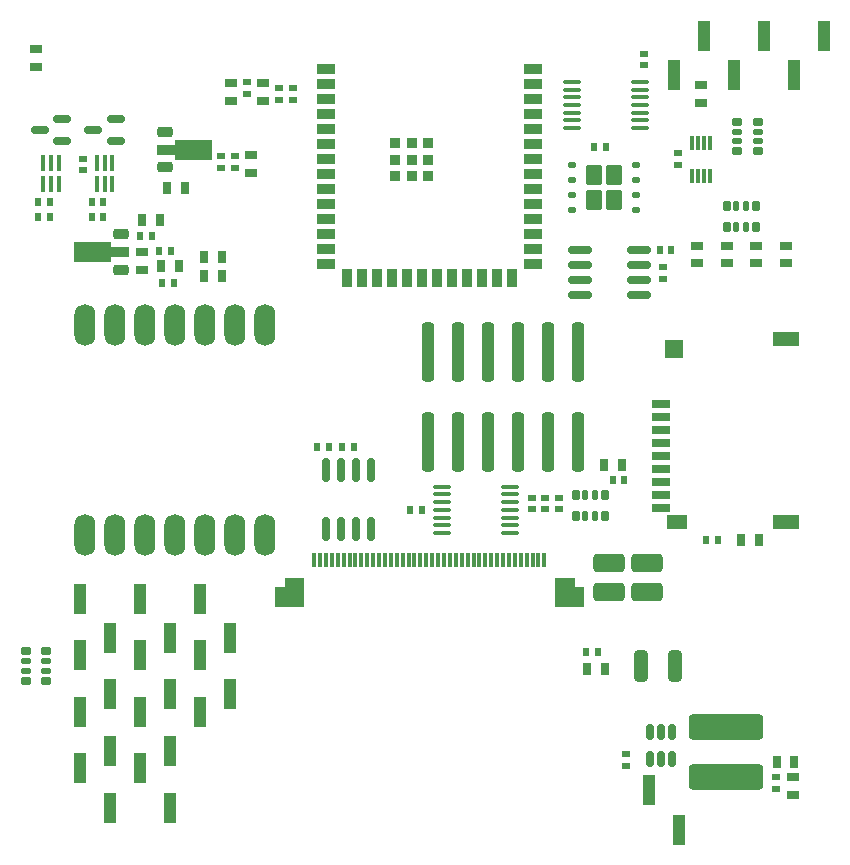
<source format=gtp>
G04 #@! TF.GenerationSoftware,KiCad,Pcbnew,9.0.7*
G04 #@! TF.CreationDate,2026-02-18T22:11:59-06:00*
G04 #@! TF.ProjectId,grad_cap_display,67726164-5f63-4617-905f-646973706c61,rev?*
G04 #@! TF.SameCoordinates,Original*
G04 #@! TF.FileFunction,Paste,Top*
G04 #@! TF.FilePolarity,Positive*
%FSLAX46Y46*%
G04 Gerber Fmt 4.6, Leading zero omitted, Abs format (unit mm)*
G04 Created by KiCad (PCBNEW 9.0.7) date 2026-02-18 22:11:59*
%MOMM*%
%LPD*%
G01*
G04 APERTURE LIST*
G04 Aperture macros list*
%AMRoundRect*
0 Rectangle with rounded corners*
0 $1 Rounding radius*
0 $2 $3 $4 $5 $6 $7 $8 $9 X,Y pos of 4 corners*
0 Add a 4 corners polygon primitive as box body*
4,1,4,$2,$3,$4,$5,$6,$7,$8,$9,$2,$3,0*
0 Add four circle primitives for the rounded corners*
1,1,$1+$1,$2,$3*
1,1,$1+$1,$4,$5*
1,1,$1+$1,$6,$7*
1,1,$1+$1,$8,$9*
0 Add four rect primitives between the rounded corners*
20,1,$1+$1,$2,$3,$4,$5,0*
20,1,$1+$1,$4,$5,$6,$7,0*
20,1,$1+$1,$6,$7,$8,$9,0*
20,1,$1+$1,$8,$9,$2,$3,0*%
%AMFreePoly0*
4,1,9,3.862500,-0.866500,0.737500,-0.866500,0.737500,-0.450000,-0.737500,-0.450000,-0.737500,0.450000,0.737500,0.450000,0.737500,0.866500,3.862500,0.866500,3.862500,-0.866500,3.862500,-0.866500,$1*%
G04 Aperture macros list end*
%ADD10C,0.010000*%
%ADD11R,1.000000X0.800000*%
%ADD12R,0.700000X0.600000*%
%ADD13R,0.600000X0.700000*%
%ADD14R,1.500000X0.900000*%
%ADD15R,0.900000X1.500000*%
%ADD16R,0.900000X0.900000*%
%ADD17RoundRect,0.125000X-0.250000X-0.125000X0.250000X-0.125000X0.250000X0.125000X-0.250000X0.125000X0*%
%ADD18RoundRect,0.250000X-0.435000X-0.615000X0.435000X-0.615000X0.435000X0.615000X-0.435000X0.615000X0*%
%ADD19R,1.600000X0.700000*%
%ADD20R,2.200000X1.200000*%
%ADD21R,1.500000X1.600000*%
%ADD22R,1.800000X1.200000*%
%ADD23RoundRect,0.225000X0.425000X0.225000X-0.425000X0.225000X-0.425000X-0.225000X0.425000X-0.225000X0*%
%ADD24FreePoly0,180.000000*%
%ADD25RoundRect,0.225000X-0.425000X-0.225000X0.425000X-0.225000X0.425000X0.225000X-0.425000X0.225000X0*%
%ADD26FreePoly0,0.000000*%
%ADD27RoundRect,0.355555X0.969445X-0.444445X0.969445X0.444445X-0.969445X0.444445X-0.969445X-0.444445X0*%
%ADD28R,0.800000X1.000000*%
%ADD29RoundRect,0.150000X0.587500X0.150000X-0.587500X0.150000X-0.587500X-0.150000X0.587500X-0.150000X0*%
%ADD30RoundRect,0.100000X0.100000X-0.562500X0.100000X0.562500X-0.100000X0.562500X-0.100000X-0.562500X0*%
%ADD31RoundRect,0.100000X0.637500X0.100000X-0.637500X0.100000X-0.637500X-0.100000X0.637500X-0.100000X0*%
%ADD32RoundRect,0.152500X0.297500X0.152500X-0.297500X0.152500X-0.297500X-0.152500X0.297500X-0.152500X0*%
%ADD33RoundRect,0.132500X0.317500X0.132500X-0.317500X0.132500X-0.317500X-0.132500X0.317500X-0.132500X0*%
%ADD34RoundRect,0.152500X0.152500X-0.297500X0.152500X0.297500X-0.152500X0.297500X-0.152500X-0.297500X0*%
%ADD35RoundRect,0.132500X0.132500X-0.317500X0.132500X0.317500X-0.132500X0.317500X-0.132500X-0.317500X0*%
%ADD36RoundRect,0.152500X-0.297500X-0.152500X0.297500X-0.152500X0.297500X0.152500X-0.297500X0.152500X0*%
%ADD37RoundRect,0.132500X-0.317500X-0.132500X0.317500X-0.132500X0.317500X0.132500X-0.317500X0.132500X0*%
%ADD38O,1.778000X3.556000*%
%ADD39R,1.000000X2.510000*%
%ADD40RoundRect,0.150000X-0.825000X-0.150000X0.825000X-0.150000X0.825000X0.150000X-0.825000X0.150000X0*%
%ADD41RoundRect,0.100000X-0.637500X-0.100000X0.637500X-0.100000X0.637500X0.100000X-0.637500X0.100000X0*%
%ADD42RoundRect,0.150000X-0.150000X0.512500X-0.150000X-0.512500X0.150000X-0.512500X0.150000X0.512500X0*%
%ADD43RoundRect,0.250000X-0.312500X-1.075000X0.312500X-1.075000X0.312500X1.075000X-0.312500X1.075000X0*%
%ADD44RoundRect,0.150000X0.150000X-0.825000X0.150000X0.825000X-0.150000X0.825000X-0.150000X-0.825000X0*%
%ADD45RoundRect,0.250000X0.260000X-2.250000X0.260000X2.250000X-0.260000X2.250000X-0.260000X-2.250000X0*%
%ADD46R,0.300000X1.200000*%
%ADD47RoundRect,0.087500X0.087500X-0.537500X0.087500X0.537500X-0.087500X0.537500X-0.087500X-0.537500X0*%
%ADD48RoundRect,0.322500X2.827500X-0.752500X2.827500X0.752500X-2.827500X0.752500X-2.827500X-0.752500X0*%
G04 APERTURE END LIST*
D10*
X27630000Y-53152500D02*
X25230000Y-53152500D01*
X25230000Y-51552500D01*
X26030000Y-51552500D01*
X26030000Y-50752500D01*
X27630000Y-50752500D01*
X27630000Y-53152500D01*
G36*
X27630000Y-53152500D02*
G01*
X25230000Y-53152500D01*
X25230000Y-51552500D01*
X26030000Y-51552500D01*
X26030000Y-50752500D01*
X27630000Y-50752500D01*
X27630000Y-53152500D01*
G37*
X50530000Y-51552500D02*
X51330000Y-51552500D01*
X51330000Y-53152500D01*
X48930000Y-53152500D01*
X48930000Y-50752500D01*
X50530000Y-50752500D01*
X50530000Y-51552500D01*
G36*
X50530000Y-51552500D02*
G01*
X51330000Y-51552500D01*
X51330000Y-53152500D01*
X48930000Y-53152500D01*
X48930000Y-50752500D01*
X50530000Y-50752500D01*
X50530000Y-51552500D01*
G37*
D11*
X24220076Y-8881849D03*
X24220076Y-10381849D03*
D12*
X25570076Y-10271847D03*
X25570076Y-9271849D03*
X26770076Y-10271847D03*
X26770076Y-9271849D03*
X22870076Y-8781850D03*
X22870076Y-9781848D03*
D11*
X21520076Y-8880605D03*
X21520076Y-10380605D03*
D13*
X9690077Y-20152469D03*
X10690075Y-20152469D03*
X9690077Y-18952469D03*
X10690075Y-18952469D03*
X14770076Y-21822469D03*
X13770076Y-21822469D03*
D14*
X47042500Y-7630000D03*
X47042500Y-8900000D03*
X47042500Y-10170000D03*
X47042500Y-11440000D03*
X47042500Y-12710000D03*
X47042500Y-13980000D03*
X47042500Y-15250000D03*
X47042500Y-16520000D03*
X47042500Y-17790000D03*
X47042500Y-19060000D03*
X47042500Y-20330000D03*
X47042500Y-21600000D03*
X47042500Y-22870000D03*
X47042500Y-24140000D03*
D15*
X45277500Y-25390000D03*
X44007500Y-25390000D03*
X42737500Y-25390000D03*
X41467500Y-25390000D03*
X40197500Y-25390000D03*
X38927500Y-25390000D03*
X37657500Y-25390000D03*
X36387500Y-25390000D03*
X35117500Y-25390000D03*
X33847500Y-25390000D03*
X32577500Y-25390000D03*
X31307500Y-25390000D03*
D14*
X29542500Y-24140000D03*
X29542500Y-22870000D03*
X29542500Y-21600000D03*
X29542500Y-20330000D03*
X29542500Y-19060000D03*
X29542500Y-17790000D03*
X29542500Y-16520000D03*
X29542500Y-15250000D03*
X29542500Y-13980000D03*
X29542500Y-12710000D03*
X29542500Y-11440000D03*
X29542500Y-10170000D03*
X29542500Y-8900000D03*
X29542500Y-7630000D03*
D16*
X38192500Y-16750000D03*
X38192500Y-15350000D03*
X38192500Y-13950000D03*
X36792500Y-16750000D03*
X36792500Y-15350000D03*
X36792500Y-13950000D03*
X35392500Y-16750000D03*
X35392500Y-15350000D03*
X35392500Y-13950000D03*
D17*
X55780076Y-15812469D03*
X55780076Y-17082469D03*
X55780076Y-18352469D03*
X55780076Y-19622469D03*
X50380076Y-19622469D03*
X50380076Y-18352469D03*
X50380076Y-17082469D03*
X50380076Y-15812469D03*
D18*
X53930076Y-18792469D03*
X53930076Y-16642469D03*
X52230076Y-18792469D03*
X52230076Y-16642469D03*
D19*
X57920000Y-44790000D03*
D20*
X68520000Y-30490000D03*
D21*
X58970000Y-31390000D03*
D20*
X68520000Y-45990000D03*
D22*
X59220000Y-45990000D03*
D19*
X57919999Y-43690000D03*
X57920000Y-42590000D03*
X57919999Y-41490000D03*
X57920000Y-40390000D03*
X57920000Y-39290001D03*
X57920000Y-38190000D03*
X57920000Y-37090000D03*
X57920000Y-35990000D03*
D23*
X12210076Y-24662469D03*
D24*
X12122575Y-23162469D03*
D23*
X12210076Y-21662469D03*
D25*
X15871986Y-15992469D03*
D26*
X15959487Y-14492469D03*
D25*
X15871986Y-12992469D03*
D27*
X56700000Y-51920000D03*
X56700000Y-49470000D03*
X53500000Y-49470000D03*
X53500000Y-51920000D03*
D12*
X54920076Y-66692468D03*
X54920076Y-65692470D03*
D28*
X67690076Y-66322469D03*
X69190076Y-66322469D03*
D11*
X23220076Y-16452469D03*
X23220076Y-14952469D03*
D28*
X17620076Y-17712469D03*
X16120076Y-17712469D03*
D12*
X21870076Y-15052470D03*
X21870076Y-16052468D03*
X20670076Y-15052470D03*
X20670076Y-16052468D03*
D28*
X20700076Y-25152469D03*
X19200076Y-25152469D03*
D13*
X6140075Y-18952469D03*
X5140077Y-18952469D03*
X6140075Y-20152469D03*
X5140077Y-20152469D03*
D12*
X8930076Y-15252470D03*
X8930076Y-16252468D03*
D13*
X15380077Y-23062469D03*
X16380075Y-23062469D03*
D29*
X5307424Y-12816462D03*
X7182425Y-11866462D03*
X7182425Y-13766462D03*
D30*
X5592426Y-17403962D03*
X6242426Y-17403962D03*
X6892426Y-17403962D03*
X6892426Y-15628962D03*
X6242426Y-15628962D03*
X5592426Y-15628962D03*
D29*
X9851986Y-12814968D03*
X11726987Y-11864968D03*
X11726987Y-13764968D03*
D30*
X10139487Y-15617468D03*
X10789487Y-15617468D03*
X11439487Y-15617468D03*
X11439487Y-17392468D03*
X10789487Y-17392468D03*
X10139487Y-17392468D03*
D13*
X16690075Y-25752469D03*
X15690077Y-25752469D03*
D28*
X19200076Y-23552469D03*
X20700076Y-23552469D03*
D31*
X45122531Y-46932469D03*
X45122531Y-46282469D03*
X45122531Y-45632469D03*
X45122531Y-44982469D03*
X45122531Y-44332469D03*
X45122531Y-43682469D03*
X45122531Y-43032469D03*
X39397531Y-43032469D03*
X39397531Y-43682469D03*
X39397531Y-44332469D03*
X39397531Y-44982469D03*
X39397531Y-45632469D03*
X39397531Y-46282469D03*
X39397531Y-46932469D03*
D32*
X66074720Y-14622469D03*
D33*
X66074720Y-13782469D03*
X66074720Y-12982469D03*
D32*
X66074720Y-12142469D03*
X64304720Y-12142469D03*
D33*
X64304720Y-12982469D03*
X64304720Y-13782469D03*
D32*
X64304720Y-14622469D03*
D34*
X63450076Y-21027469D03*
D35*
X64290076Y-21027469D03*
X65090076Y-21027469D03*
D34*
X65930076Y-21027469D03*
X65930076Y-19257469D03*
D35*
X65090076Y-19257469D03*
X64290076Y-19257469D03*
D34*
X63450076Y-19257469D03*
D36*
X4102500Y-56960000D03*
D37*
X4102500Y-57800000D03*
X4102500Y-58600000D03*
D36*
X4102500Y-59440000D03*
X5872500Y-59440000D03*
D37*
X5872500Y-58600000D03*
X5872500Y-57800000D03*
D36*
X5872500Y-56960000D03*
D34*
X50670076Y-45492469D03*
D35*
X51510076Y-45492469D03*
X52310076Y-45492469D03*
D34*
X53150076Y-45492469D03*
X53150076Y-43722469D03*
D35*
X52310076Y-43722469D03*
X51510076Y-43722469D03*
D34*
X50670076Y-43722469D03*
D38*
X9140000Y-47140000D03*
X11680000Y-47140000D03*
X14220000Y-47140000D03*
X16760000Y-47140000D03*
X19300000Y-47140000D03*
X21840000Y-47140000D03*
X24380000Y-47140000D03*
X24380000Y-29360000D03*
X21840000Y-29360000D03*
X19300000Y-29360000D03*
X16760000Y-29360000D03*
X14220000Y-29360000D03*
X11680000Y-29360000D03*
X9140000Y-29360000D03*
D13*
X31899999Y-39669988D03*
X30900001Y-39669988D03*
D39*
X8670076Y-66877469D03*
X11210076Y-70187469D03*
X13750076Y-66877469D03*
X16290076Y-70187469D03*
X58990000Y-8150000D03*
X61530000Y-4840000D03*
X64070000Y-8150000D03*
X66610000Y-4840000D03*
X69150000Y-8150000D03*
X71690000Y-4840000D03*
D13*
X62709999Y-47530000D03*
X61710001Y-47530000D03*
D40*
X51080076Y-22997469D03*
X51080076Y-24267469D03*
X51080076Y-25537469D03*
X51080076Y-26807469D03*
X56030076Y-26807469D03*
X56030076Y-25537469D03*
X56030076Y-24267469D03*
X56030076Y-22997469D03*
D41*
X50402576Y-8752469D03*
X50402576Y-9402469D03*
X50402576Y-10052469D03*
X50402576Y-10702469D03*
X50402576Y-11352469D03*
X50402576Y-12002469D03*
X50402576Y-12652469D03*
X56127576Y-12652469D03*
X56127576Y-12002469D03*
X56127576Y-11352469D03*
X56127576Y-10702469D03*
X56127576Y-10052469D03*
X56127576Y-9402469D03*
X56127576Y-8752469D03*
D39*
X8670000Y-62095001D03*
X11210000Y-65405001D03*
X13750000Y-62095001D03*
X16290000Y-65405001D03*
X18830000Y-62095001D03*
D28*
X51626120Y-58450000D03*
X53126120Y-58450000D03*
D12*
X58055076Y-25397468D03*
X58055076Y-24397470D03*
D39*
X21370000Y-60601247D03*
X18830000Y-57291247D03*
X16290000Y-60601247D03*
X13750000Y-57291247D03*
X11210000Y-60601247D03*
X8670000Y-57291247D03*
D28*
X64660000Y-47530000D03*
X66160000Y-47530000D03*
D12*
X49300076Y-43942470D03*
X49300076Y-44942468D03*
D11*
X61250000Y-9002469D03*
X61250000Y-10502469D03*
X69040076Y-67642469D03*
X69040076Y-69142469D03*
D13*
X53260075Y-14242469D03*
X52260077Y-14242469D03*
D42*
X58870000Y-63775000D03*
X57920001Y-63775000D03*
X56970002Y-63775000D03*
X56970002Y-66050000D03*
X57920001Y-66050000D03*
X58870000Y-66050000D03*
D11*
X60980076Y-24122469D03*
X60980076Y-22622469D03*
X4970076Y-7462469D03*
X4970076Y-5962469D03*
D12*
X59310076Y-14812470D03*
X59310076Y-15812468D03*
X48120076Y-43942470D03*
X48120076Y-44942468D03*
X46947607Y-44942468D03*
X46947607Y-43942470D03*
D11*
X68480076Y-24122469D03*
X68480076Y-22622469D03*
X65980076Y-24122469D03*
X65980076Y-22622469D03*
D43*
X56175000Y-58200000D03*
X59100000Y-58200000D03*
D39*
X8670076Y-52493920D03*
X11210076Y-55803920D03*
X13750076Y-52493920D03*
X16290076Y-55803920D03*
X18830076Y-52493920D03*
X21370076Y-55803920D03*
D44*
X29505000Y-46574988D03*
X30775000Y-46574988D03*
X32045000Y-46574988D03*
X33315000Y-46574988D03*
X33315000Y-41624988D03*
X32045000Y-41624988D03*
X30775000Y-41624988D03*
X29505000Y-41624988D03*
D11*
X63480076Y-24122469D03*
X63480076Y-22622469D03*
D45*
X38175000Y-39225000D03*
X38175000Y-31625000D03*
X40715000Y-39225000D03*
X40715000Y-31625000D03*
X43255000Y-39225000D03*
X43255000Y-31625000D03*
X45795000Y-39225000D03*
X45795000Y-31625000D03*
X48335000Y-39225000D03*
X48335000Y-31625000D03*
X50875000Y-39225000D03*
X50875000Y-31625000D03*
D13*
X51585072Y-57000000D03*
X52585070Y-57000000D03*
D39*
X56880000Y-68745000D03*
X59420000Y-72055000D03*
D46*
X28530000Y-49252500D03*
X29030000Y-49252500D03*
X29530000Y-49252500D03*
X30030000Y-49252500D03*
X30530000Y-49252500D03*
X31030000Y-49252500D03*
X31530000Y-49252500D03*
X32030000Y-49252500D03*
X32530000Y-49252500D03*
X33030000Y-49252500D03*
X33530000Y-49252500D03*
X34030000Y-49252500D03*
X34530000Y-49252500D03*
X35030000Y-49252500D03*
X35530000Y-49252500D03*
X36030000Y-49252500D03*
X36530000Y-49252500D03*
X37030000Y-49252500D03*
X37530000Y-49252500D03*
X38030000Y-49252500D03*
X38530000Y-49252500D03*
X39030000Y-49252500D03*
X39530000Y-49252500D03*
X40030000Y-49252500D03*
X40530000Y-49252500D03*
X41030000Y-49252500D03*
X41530000Y-49252500D03*
X42030000Y-49252500D03*
X42530000Y-49252500D03*
X43030000Y-49252500D03*
X43530000Y-49252500D03*
X44030000Y-49252500D03*
X44530000Y-49252500D03*
X45030000Y-49252500D03*
X45530000Y-49252500D03*
X46030000Y-49252500D03*
X46530000Y-49252500D03*
X47030000Y-49252500D03*
X47530000Y-49252500D03*
X48030000Y-49252500D03*
D12*
X67640076Y-67622471D03*
X67640076Y-68622469D03*
D47*
X60510074Y-16712469D03*
X61010075Y-16712469D03*
X61510075Y-16712469D03*
X62010076Y-16712469D03*
X62010076Y-13912469D03*
X61510075Y-13912469D03*
X61010075Y-13912469D03*
X60510074Y-13912469D03*
D48*
X63392599Y-67562500D03*
X63392599Y-63387499D03*
D12*
X56430076Y-7352468D03*
X56430076Y-6352470D03*
D13*
X57780076Y-22972469D03*
X58780076Y-22972469D03*
X29770076Y-39672457D03*
X28770076Y-39672457D03*
D28*
X13985076Y-20452469D03*
X15485076Y-20452469D03*
D11*
X13990076Y-23187469D03*
X13990076Y-24687469D03*
D13*
X53810076Y-42482469D03*
X54810076Y-42482469D03*
D28*
X54595076Y-41222469D03*
X53095076Y-41222469D03*
X15562577Y-24362469D03*
X17062577Y-24362469D03*
D13*
X37640076Y-44972469D03*
X36640076Y-44972469D03*
M02*

</source>
